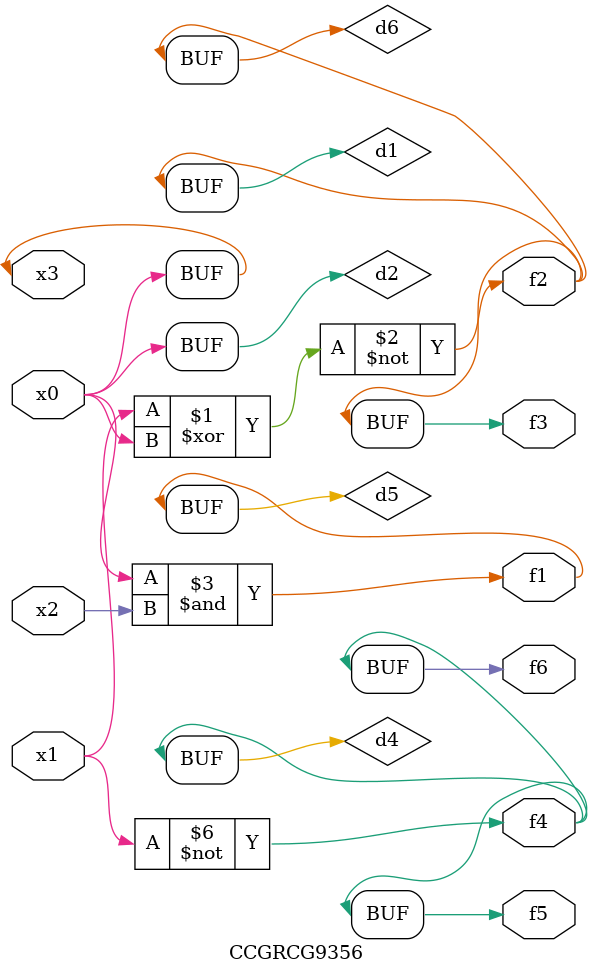
<source format=v>
module CCGRCG9356(
	input x0, x1, x2, x3,
	output f1, f2, f3, f4, f5, f6
);

	wire d1, d2, d3, d4, d5, d6;

	xnor (d1, x1, x3);
	buf (d2, x0, x3);
	nand (d3, x0, x2);
	not (d4, x1);
	nand (d5, d3);
	or (d6, d1);
	assign f1 = d5;
	assign f2 = d6;
	assign f3 = d6;
	assign f4 = d4;
	assign f5 = d4;
	assign f6 = d4;
endmodule

</source>
